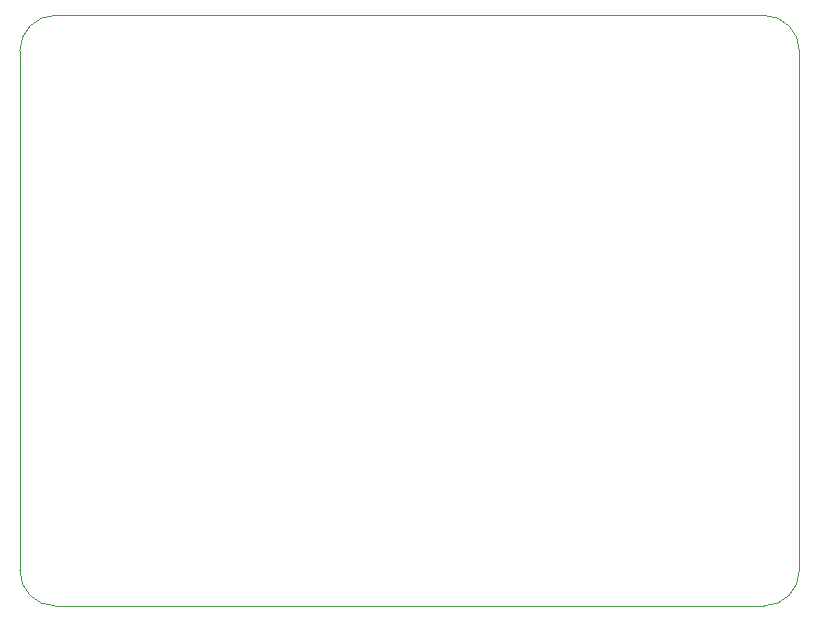
<source format=gko>
G04 #@! TF.GenerationSoftware,KiCad,Pcbnew,5.1.6-c6e7f7d~87~ubuntu20.04.1*
G04 #@! TF.CreationDate,2020-09-30T23:59:15+01:00*
G04 #@! TF.ProjectId,motor_board,6d6f746f-725f-4626-9f61-72642e6b6963,1.0*
G04 #@! TF.SameCoordinates,PX55d4a80PY5f5e100*
G04 #@! TF.FileFunction,Profile,NP*
%FSLAX46Y46*%
G04 Gerber Fmt 4.6, Leading zero omitted, Abs format (unit mm)*
G04 Created by KiCad (PCBNEW 5.1.6-c6e7f7d~87~ubuntu20.04.1) date 2020-09-30 23:59:15*
%MOMM*%
%LPD*%
G01*
G04 APERTURE LIST*
G04 #@! TA.AperFunction,Profile*
%ADD10C,0.050000*%
G04 #@! TD*
G04 APERTURE END LIST*
D10*
X63000000Y50000000D02*
G75*
G02*
X66000000Y47000000I0J-3000000D01*
G01*
X66000000Y3000000D02*
G75*
G02*
X63000000Y0I-3000000J0D01*
G01*
X3000000Y0D02*
G75*
G02*
X0Y3000000I0J3000000D01*
G01*
X0Y47000000D02*
G75*
G02*
X3000000Y50000000I3000000J0D01*
G01*
X0Y3000000D02*
X0Y47000000D01*
X63000000Y0D02*
X3000000Y0D01*
X66000000Y47000000D02*
X66000000Y3000000D01*
X3000000Y50000000D02*
X63000000Y50000000D01*
M02*

</source>
